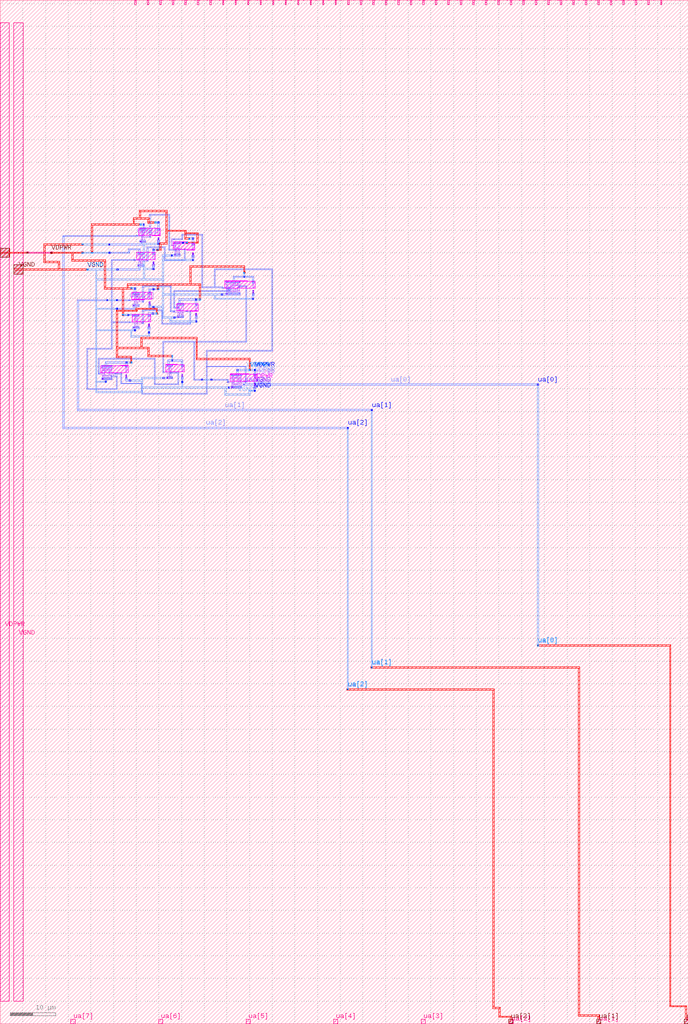
<source format=lef>
VERSION 5.7 ;
  NOWIREEXTENSIONATPIN ON ;
  DIVIDERCHAR "/" ;
  BUSBITCHARS "[]" ;
MACRO tt_um_test_12
  CLASS BLOCK ;
  FOREIGN tt_um_test_12 ;
  ORIGIN 0.000 0.000 ;
  SIZE 151.740 BY 225.760 ;
  PIN clk
    DIRECTION INPUT ;
    PORT
      LAYER met4 ;
        RECT 142.860 224.760 143.160 225.760 ;
    END
  END clk
  PIN ena
    DIRECTION INPUT ;
    PORT
      LAYER met4 ;
        RECT 145.620 224.760 145.920 225.760 ;
    END
  END ena
  PIN rst_n
    DIRECTION INPUT ;
    PORT
      LAYER met4 ;
        RECT 140.100 224.760 140.400 225.760 ;
    END
  END rst_n
  PIN ua[0]
    DIRECTION INOUT ;
    ANTENNADIFFAREA 0.445500 ;
    PORT
      LAYER li1 ;
        RECT 52.550 142.525 53.145 142.865 ;
        RECT 52.550 141.205 52.725 142.525 ;
        RECT 52.550 141.100 53.145 141.205 ;
        RECT 52.550 140.800 53.930 141.100 ;
        RECT 52.550 140.655 53.145 140.800 ;
      LAYER mcon ;
        RECT 53.660 140.830 53.900 141.070 ;
      LAYER met1 ;
        RECT 53.600 140.800 118.760 141.100 ;
      LAYER via ;
        RECT 118.430 140.800 118.730 141.100 ;
      LAYER met2 ;
        RECT 118.430 83.300 118.730 141.130 ;
        RECT 118.440 83.265 118.720 83.300 ;
      LAYER via2 ;
        RECT 118.440 83.310 118.720 83.590 ;
      LAYER met3 ;
        RECT 118.415 83.600 118.745 83.615 ;
        RECT 118.415 83.300 147.930 83.600 ;
        RECT 118.415 83.285 118.745 83.300 ;
        RECT 147.630 4.000 147.930 83.300 ;
        RECT 147.630 3.700 151.430 4.000 ;
        RECT 151.130 0.980 151.430 3.700 ;
        RECT 150.830 0.020 151.730 0.980 ;
      LAYER via3 ;
        RECT 150.830 0.050 151.730 0.950 ;
      LAYER met4 ;
        RECT 150.840 0.955 151.740 1.000 ;
        RECT 150.825 0.045 151.740 0.955 ;
        RECT 150.840 0.000 151.740 0.045 ;
    END
  END ua[0]
  PIN ua[1]
    DIRECTION INOUT ;
    ANTENNAGATEAREA 0.247500 ;
    PORT
      LAYER li1 ;
        RECT 29.550 159.700 29.880 159.715 ;
        RECT 28.380 159.500 29.880 159.700 ;
        RECT 29.550 159.475 29.880 159.500 ;
      LAYER mcon ;
        RECT 28.395 159.515 28.565 159.685 ;
      LAYER met1 ;
        RECT 23.500 159.700 23.760 159.760 ;
        RECT 16.980 159.500 23.760 159.700 ;
        RECT 16.980 135.500 17.280 159.500 ;
        RECT 23.500 159.440 23.760 159.500 ;
        RECT 25.600 159.700 25.860 159.760 ;
        RECT 28.335 159.700 28.625 159.715 ;
        RECT 25.600 159.500 28.625 159.700 ;
        RECT 25.600 159.440 25.860 159.500 ;
        RECT 28.335 159.485 28.625 159.500 ;
        RECT 16.980 135.200 82.110 135.500 ;
      LAYER via ;
        RECT 23.500 159.470 23.760 159.730 ;
        RECT 25.600 159.470 25.860 159.730 ;
        RECT 81.780 135.200 82.080 135.500 ;
      LAYER met2 ;
        RECT 23.470 159.700 23.790 159.730 ;
        RECT 25.570 159.700 25.890 159.730 ;
        RECT 23.470 159.500 25.890 159.700 ;
        RECT 23.470 159.470 23.790 159.500 ;
        RECT 25.570 159.470 25.890 159.500 ;
        RECT 81.780 78.450 82.080 135.530 ;
        RECT 81.790 78.415 82.070 78.450 ;
      LAYER via2 ;
        RECT 81.790 78.460 82.070 78.740 ;
      LAYER met3 ;
        RECT 81.765 78.750 82.095 78.765 ;
        RECT 81.765 78.450 127.780 78.750 ;
        RECT 81.765 78.435 82.095 78.450 ;
        RECT 127.480 1.950 127.780 78.450 ;
        RECT 127.480 1.650 132.130 1.950 ;
        RECT 131.830 0.980 132.130 1.650 ;
        RECT 131.530 0.020 132.430 0.980 ;
      LAYER via3 ;
        RECT 131.530 0.050 132.430 0.950 ;
      LAYER met4 ;
        RECT 131.520 0.955 132.420 1.000 ;
        RECT 131.520 0.045 132.435 0.955 ;
        RECT 131.520 0.000 132.420 0.045 ;
    END
  END ua[1]
  PIN ua[2]
    DIRECTION INOUT ;
    ANTENNAGATEAREA 0.247500 ;
    PORT
      LAYER li1 ;
        RECT 31.050 173.850 31.380 173.865 ;
        RECT 30.030 173.650 31.380 173.850 ;
        RECT 31.050 173.625 31.380 173.650 ;
      LAYER mcon ;
        RECT 30.045 173.665 30.215 173.835 ;
      LAYER met1 ;
        RECT 29.985 173.850 30.275 173.865 ;
        RECT 13.780 173.650 30.275 173.850 ;
        RECT 13.780 131.550 14.080 173.650 ;
        RECT 29.985 173.635 30.275 173.650 ;
        RECT 13.780 131.250 76.810 131.550 ;
      LAYER via ;
        RECT 76.480 131.250 76.780 131.550 ;
      LAYER met2 ;
        RECT 76.480 73.600 76.780 131.580 ;
        RECT 76.490 73.565 76.770 73.600 ;
      LAYER via2 ;
        RECT 76.490 73.610 76.770 73.890 ;
      LAYER met3 ;
        RECT 76.465 73.900 76.795 73.915 ;
        RECT 76.465 73.600 108.930 73.900 ;
        RECT 76.465 73.585 76.795 73.600 ;
        RECT 108.630 3.600 108.930 73.600 ;
        RECT 108.630 3.300 110.280 3.600 ;
        RECT 109.980 1.700 110.280 3.300 ;
        RECT 109.980 1.400 112.780 1.700 ;
        RECT 112.480 1.030 112.780 1.400 ;
        RECT 112.180 0.070 113.080 1.030 ;
      LAYER via3 ;
        RECT 112.180 0.100 113.080 1.000 ;
      LAYER met4 ;
        RECT 112.175 1.000 113.085 1.005 ;
        RECT 112.175 0.095 113.100 1.000 ;
        RECT 112.200 0.000 113.100 0.095 ;
    END
  END ua[2]
  PIN ua[3]
    DIRECTION INOUT ;
    PORT
      LAYER met4 ;
        RECT 92.880 0.000 93.780 1.000 ;
    END
  END ua[3]
  PIN ua[4]
    DIRECTION INOUT ;
    PORT
      LAYER met4 ;
        RECT 73.560 0.000 74.460 1.000 ;
    END
  END ua[4]
  PIN ua[5]
    DIRECTION INOUT ;
    PORT
      LAYER met4 ;
        RECT 54.240 0.000 55.140 1.000 ;
    END
  END ua[5]
  PIN ua[6]
    DIRECTION INOUT ;
    PORT
      LAYER met4 ;
        RECT 34.920 0.000 35.820 1.000 ;
    END
  END ua[6]
  PIN ua[7]
    DIRECTION INOUT ;
    PORT
      LAYER met4 ;
        RECT 15.600 0.000 16.500 1.000 ;
    END
  END ua[7]
  PIN ui_in[0]
    DIRECTION INPUT ;
    PORT
      LAYER met4 ;
        RECT 137.340 224.760 137.640 225.760 ;
    END
  END ui_in[0]
  PIN ui_in[1]
    DIRECTION INPUT ;
    PORT
      LAYER met4 ;
        RECT 134.580 224.760 134.880 225.760 ;
    END
  END ui_in[1]
  PIN ui_in[2]
    DIRECTION INPUT ;
    PORT
      LAYER met4 ;
        RECT 131.820 224.760 132.120 225.760 ;
    END
  END ui_in[2]
  PIN ui_in[3]
    DIRECTION INPUT ;
    PORT
      LAYER met4 ;
        RECT 129.060 224.760 129.360 225.760 ;
    END
  END ui_in[3]
  PIN ui_in[4]
    DIRECTION INPUT ;
    PORT
      LAYER met4 ;
        RECT 126.300 224.760 126.600 225.760 ;
    END
  END ui_in[4]
  PIN ui_in[5]
    DIRECTION INPUT ;
    PORT
      LAYER met4 ;
        RECT 123.540 224.760 123.840 225.760 ;
    END
  END ui_in[5]
  PIN ui_in[6]
    DIRECTION INPUT ;
    PORT
      LAYER met4 ;
        RECT 120.780 224.760 121.080 225.760 ;
    END
  END ui_in[6]
  PIN ui_in[7]
    DIRECTION INPUT ;
    PORT
      LAYER met4 ;
        RECT 118.020 224.760 118.320 225.760 ;
    END
  END ui_in[7]
  PIN uio_in[0]
    DIRECTION INPUT ;
    PORT
      LAYER met4 ;
        RECT 115.260 224.760 115.560 225.760 ;
    END
  END uio_in[0]
  PIN uio_in[1]
    DIRECTION INPUT ;
    PORT
      LAYER met4 ;
        RECT 112.500 224.760 112.800 225.760 ;
    END
  END uio_in[1]
  PIN uio_in[2]
    DIRECTION INPUT ;
    PORT
      LAYER met4 ;
        RECT 109.740 224.760 110.040 225.760 ;
    END
  END uio_in[2]
  PIN uio_in[3]
    DIRECTION INPUT ;
    PORT
      LAYER met4 ;
        RECT 106.980 224.760 107.280 225.760 ;
    END
  END uio_in[3]
  PIN uio_in[4]
    DIRECTION INPUT ;
    PORT
      LAYER met4 ;
        RECT 104.220 224.760 104.520 225.760 ;
    END
  END uio_in[4]
  PIN uio_in[5]
    DIRECTION INPUT ;
    PORT
      LAYER met4 ;
        RECT 101.460 224.760 101.760 225.760 ;
    END
  END uio_in[5]
  PIN uio_in[6]
    DIRECTION INPUT ;
    PORT
      LAYER met4 ;
        RECT 98.700 224.760 99.000 225.760 ;
    END
  END uio_in[6]
  PIN uio_in[7]
    DIRECTION INPUT ;
    PORT
      LAYER met4 ;
        RECT 95.940 224.760 96.240 225.760 ;
    END
  END uio_in[7]
  PIN uio_oe[0]
    DIRECTION OUTPUT TRISTATE ;
    PORT
      LAYER met4 ;
        RECT 49.020 224.760 49.320 225.760 ;
    END
  END uio_oe[0]
  PIN uio_oe[1]
    DIRECTION OUTPUT TRISTATE ;
    PORT
      LAYER met4 ;
        RECT 46.260 224.760 46.560 225.760 ;
    END
  END uio_oe[1]
  PIN uio_oe[2]
    DIRECTION OUTPUT TRISTATE ;
    PORT
      LAYER met4 ;
        RECT 43.500 224.760 43.800 225.760 ;
    END
  END uio_oe[2]
  PIN uio_oe[3]
    DIRECTION OUTPUT TRISTATE ;
    PORT
      LAYER met4 ;
        RECT 40.740 224.760 41.040 225.760 ;
    END
  END uio_oe[3]
  PIN uio_oe[4]
    DIRECTION OUTPUT TRISTATE ;
    PORT
      LAYER met4 ;
        RECT 37.980 224.760 38.280 225.760 ;
    END
  END uio_oe[4]
  PIN uio_oe[5]
    DIRECTION OUTPUT TRISTATE ;
    PORT
      LAYER met4 ;
        RECT 35.220 224.760 35.520 225.760 ;
    END
  END uio_oe[5]
  PIN uio_oe[6]
    DIRECTION OUTPUT TRISTATE ;
    PORT
      LAYER met4 ;
        RECT 32.460 224.760 32.760 225.760 ;
    END
  END uio_oe[6]
  PIN uio_oe[7]
    DIRECTION OUTPUT TRISTATE ;
    PORT
      LAYER met4 ;
        RECT 29.700 224.760 30.000 225.760 ;
    END
  END uio_oe[7]
  PIN uio_out[0]
    DIRECTION OUTPUT TRISTATE ;
    PORT
      LAYER met4 ;
        RECT 71.100 224.760 71.400 225.760 ;
    END
  END uio_out[0]
  PIN uio_out[1]
    DIRECTION OUTPUT TRISTATE ;
    PORT
      LAYER met4 ;
        RECT 68.340 224.760 68.640 225.760 ;
    END
  END uio_out[1]
  PIN uio_out[2]
    DIRECTION OUTPUT TRISTATE ;
    PORT
      LAYER met4 ;
        RECT 65.580 224.760 65.880 225.760 ;
    END
  END uio_out[2]
  PIN uio_out[3]
    DIRECTION OUTPUT TRISTATE ;
    PORT
      LAYER met4 ;
        RECT 62.820 224.760 63.120 225.760 ;
    END
  END uio_out[3]
  PIN uio_out[4]
    DIRECTION OUTPUT TRISTATE ;
    PORT
      LAYER met4 ;
        RECT 60.060 224.760 60.360 225.760 ;
    END
  END uio_out[4]
  PIN uio_out[5]
    DIRECTION OUTPUT TRISTATE ;
    PORT
      LAYER met4 ;
        RECT 57.300 224.760 57.600 225.760 ;
    END
  END uio_out[5]
  PIN uio_out[6]
    DIRECTION OUTPUT TRISTATE ;
    PORT
      LAYER met4 ;
        RECT 54.540 224.760 54.840 225.760 ;
    END
  END uio_out[6]
  PIN uio_out[7]
    DIRECTION OUTPUT TRISTATE ;
    PORT
      LAYER met4 ;
        RECT 51.780 224.760 52.080 225.760 ;
    END
  END uio_out[7]
  PIN uo_out[0]
    DIRECTION OUTPUT TRISTATE ;
    PORT
      LAYER met4 ;
        RECT 93.180 224.760 93.480 225.760 ;
    END
  END uo_out[0]
  PIN uo_out[1]
    DIRECTION OUTPUT TRISTATE ;
    PORT
      LAYER met4 ;
        RECT 90.420 224.760 90.720 225.760 ;
    END
  END uo_out[1]
  PIN uo_out[2]
    DIRECTION OUTPUT TRISTATE ;
    PORT
      LAYER met4 ;
        RECT 87.660 224.760 87.960 225.760 ;
    END
  END uo_out[2]
  PIN uo_out[3]
    DIRECTION OUTPUT TRISTATE ;
    PORT
      LAYER met4 ;
        RECT 84.900 224.760 85.200 225.760 ;
    END
  END uo_out[3]
  PIN uo_out[4]
    DIRECTION OUTPUT TRISTATE ;
    PORT
      LAYER met4 ;
        RECT 82.140 224.760 82.440 225.760 ;
    END
  END uo_out[4]
  PIN uo_out[5]
    DIRECTION OUTPUT TRISTATE ;
    PORT
      LAYER met4 ;
        RECT 79.380 224.760 79.680 225.760 ;
    END
  END uo_out[5]
  PIN uo_out[6]
    DIRECTION OUTPUT TRISTATE ;
    PORT
      LAYER met4 ;
        RECT 76.620 224.760 76.920 225.760 ;
    END
  END uo_out[6]
  PIN uo_out[7]
    DIRECTION OUTPUT TRISTATE ;
    PORT
      LAYER met4 ;
        RECT 73.860 224.760 74.160 225.760 ;
    END
  END uo_out[7]
  PIN VDPWR
    DIRECTION INOUT ;
    USE POWER ;
    PORT
      LAYER nwell ;
        RECT 30.540 175.450 33.580 175.460 ;
        RECT 30.540 173.855 35.320 175.450 ;
        RECT 33.560 173.845 35.320 173.855 ;
        RECT 38.140 172.160 41.180 172.460 ;
        RECT 38.140 170.855 42.930 172.160 ;
        RECT 41.160 170.555 42.930 170.855 ;
        RECT 30.090 170.150 32.680 170.160 ;
        RECT 30.090 168.555 34.220 170.150 ;
        RECT 32.660 168.545 34.220 168.555 ;
        RECT 49.530 163.800 54.430 163.850 ;
        RECT 49.530 162.245 56.220 163.800 ;
        RECT 54.360 162.195 56.220 162.245 ;
        RECT 31.660 161.310 33.370 161.350 ;
        RECT 29.040 159.745 33.370 161.310 ;
        RECT 29.040 159.705 31.780 159.745 ;
        RECT 38.890 158.800 41.930 158.810 ;
        RECT 38.890 157.205 43.620 158.800 ;
        RECT 41.910 157.195 43.620 157.205 ;
        RECT 29.080 154.845 33.220 156.450 ;
        RECT 36.480 145.350 39.080 145.400 ;
        RECT 26.560 145.160 28.220 145.200 ;
        RECT 22.190 143.595 28.220 145.160 ;
        RECT 36.480 143.795 40.570 145.350 ;
        RECT 38.910 143.745 40.570 143.795 ;
        RECT 22.190 143.555 26.580 143.595 ;
        RECT 50.740 143.300 54.830 143.310 ;
        RECT 50.740 141.705 56.570 143.300 ;
        RECT 54.810 141.695 56.570 141.705 ;
      LAYER li1 ;
        RECT 30.730 175.185 32.110 175.355 ;
        RECT 31.070 174.045 31.280 175.185 ;
        RECT 34.670 175.175 35.130 175.345 ;
        RECT 34.755 174.010 35.045 175.175 ;
        RECT 38.330 172.185 39.710 172.355 ;
        RECT 39.285 171.045 39.615 172.185 ;
        RECT 42.280 171.885 42.740 172.055 ;
        RECT 42.365 170.720 42.655 171.885 ;
        RECT 30.280 169.885 31.660 170.055 ;
        RECT 30.620 168.745 30.830 169.885 ;
        RECT 33.570 169.875 34.030 170.045 ;
        RECT 33.655 168.710 33.945 169.875 ;
        RECT 49.720 163.575 52.940 163.745 ;
        RECT 50.775 162.725 50.945 163.575 ;
        RECT 51.615 163.065 51.785 163.575 ;
        RECT 55.570 163.525 56.030 163.695 ;
        RECT 55.655 162.360 55.945 163.525 ;
        RECT 29.230 161.035 30.610 161.205 ;
        RECT 32.720 161.075 33.180 161.245 ;
        RECT 29.570 159.895 29.780 161.035 ;
        RECT 32.805 159.910 33.095 161.075 ;
        RECT 39.080 158.535 40.460 158.705 ;
        RECT 40.035 157.395 40.365 158.535 ;
        RECT 42.970 158.525 43.430 158.695 ;
        RECT 43.055 157.360 43.345 158.525 ;
        RECT 29.270 156.175 30.650 156.345 ;
        RECT 32.570 156.175 33.030 156.345 ;
        RECT 29.610 155.035 29.820 156.175 ;
        RECT 32.655 155.010 32.945 156.175 ;
        RECT 36.670 145.125 38.050 145.295 ;
        RECT 22.380 144.885 24.680 145.055 ;
        RECT 27.570 144.925 28.030 145.095 ;
        RECT 22.895 144.485 23.830 144.885 ;
        RECT 27.655 143.760 27.945 144.925 ;
        RECT 37.010 143.985 37.220 145.125 ;
        RECT 39.920 145.075 40.380 145.245 ;
        RECT 40.005 143.910 40.295 145.075 ;
        RECT 50.930 143.035 53.230 143.205 ;
        RECT 51.445 142.635 52.380 143.035 ;
        RECT 55.920 143.025 56.380 143.195 ;
        RECT 56.005 141.860 56.295 143.025 ;
      LAYER mcon ;
        RECT 30.875 175.185 31.045 175.355 ;
        RECT 31.335 175.185 31.505 175.355 ;
        RECT 31.795 175.185 31.965 175.355 ;
        RECT 34.815 175.175 34.985 175.345 ;
        RECT 38.475 172.185 38.645 172.355 ;
        RECT 38.935 172.185 39.105 172.355 ;
        RECT 39.395 172.185 39.565 172.355 ;
        RECT 42.425 171.885 42.595 172.055 ;
        RECT 30.425 169.885 30.595 170.055 ;
        RECT 30.885 169.885 31.055 170.055 ;
        RECT 31.345 169.885 31.515 170.055 ;
        RECT 33.715 169.875 33.885 170.045 ;
        RECT 49.865 163.575 50.035 163.745 ;
        RECT 50.325 163.575 50.495 163.745 ;
        RECT 50.785 163.575 50.955 163.745 ;
        RECT 51.245 163.575 51.415 163.745 ;
        RECT 51.705 163.575 51.875 163.745 ;
        RECT 52.165 163.575 52.335 163.745 ;
        RECT 52.625 163.575 52.795 163.745 ;
        RECT 55.715 163.525 55.885 163.695 ;
        RECT 29.375 161.035 29.545 161.205 ;
        RECT 29.835 161.035 30.005 161.205 ;
        RECT 30.295 161.035 30.465 161.205 ;
        RECT 32.865 161.075 33.035 161.245 ;
        RECT 39.225 158.535 39.395 158.705 ;
        RECT 39.685 158.535 39.855 158.705 ;
        RECT 40.145 158.535 40.315 158.705 ;
        RECT 43.115 158.525 43.285 158.695 ;
        RECT 29.415 156.175 29.585 156.345 ;
        RECT 29.875 156.175 30.045 156.345 ;
        RECT 30.335 156.175 30.505 156.345 ;
        RECT 32.715 156.175 32.885 156.345 ;
        RECT 36.815 145.125 36.985 145.295 ;
        RECT 37.275 145.125 37.445 145.295 ;
        RECT 37.735 145.125 37.905 145.295 ;
        RECT 22.525 144.885 22.695 145.055 ;
        RECT 22.985 144.885 23.155 145.055 ;
        RECT 23.445 144.885 23.615 145.055 ;
        RECT 23.905 144.885 24.075 145.055 ;
        RECT 24.365 144.885 24.535 145.055 ;
        RECT 27.715 144.925 27.885 145.095 ;
        RECT 40.065 145.075 40.235 145.245 ;
        RECT 51.075 143.035 51.245 143.205 ;
        RECT 51.535 143.035 51.705 143.205 ;
        RECT 51.995 143.035 52.165 143.205 ;
        RECT 52.455 143.035 52.625 143.205 ;
        RECT 52.915 143.035 53.085 143.205 ;
        RECT 56.065 143.025 56.235 143.195 ;
      LAYER met1 ;
        RECT 31.490 176.395 31.780 176.430 ;
        RECT 31.490 176.070 31.795 176.395 ;
        RECT 31.505 175.510 31.795 176.070 ;
        RECT 30.730 175.030 32.110 175.510 ;
        RECT 34.730 175.500 35.030 176.880 ;
        RECT 34.670 175.020 35.130 175.500 ;
        RECT 42.380 173.300 42.680 173.330 ;
        RECT 42.375 172.970 42.680 173.300 ;
        RECT 38.330 172.400 39.710 172.510 ;
        RECT 40.130 172.400 40.430 172.430 ;
        RECT 38.330 172.100 40.430 172.400 ;
        RECT 42.375 172.210 42.675 172.970 ;
        RECT 38.330 172.030 39.710 172.100 ;
        RECT 40.130 172.070 40.430 172.100 ;
        RECT 42.280 171.730 42.740 172.210 ;
        RECT 28.235 170.655 30.885 170.945 ;
        RECT 23.940 170.195 24.230 170.230 ;
        RECT 28.235 170.195 28.525 170.655 ;
        RECT 30.595 170.210 30.885 170.655 ;
        RECT 23.935 169.905 28.525 170.195 ;
        RECT 23.940 169.870 24.230 169.905 ;
        RECT 30.280 169.730 31.660 170.210 ;
        RECT 33.630 170.200 33.925 170.880 ;
        RECT 33.570 169.720 34.030 170.200 ;
        RECT 54.780 164.895 55.930 164.900 ;
        RECT 51.415 164.605 55.930 164.895 ;
        RECT 51.415 163.900 51.705 164.605 ;
        RECT 53.650 164.600 54.010 164.605 ;
        RECT 54.780 164.595 55.930 164.605 ;
        RECT 49.720 163.420 52.940 163.900 ;
        RECT 55.625 163.850 55.930 164.595 ;
        RECT 55.570 163.370 56.030 163.850 ;
        RECT 29.540 162.345 29.830 162.380 ;
        RECT 29.540 162.020 29.835 162.345 ;
        RECT 33.630 162.145 33.925 162.180 ;
        RECT 29.545 161.360 29.835 162.020 ;
        RECT 32.780 161.850 33.925 162.145 ;
        RECT 32.780 161.400 33.075 161.850 ;
        RECT 33.630 161.820 33.925 161.850 ;
        RECT 29.230 160.880 30.610 161.360 ;
        RECT 32.720 160.920 33.180 161.400 ;
        RECT 43.030 159.900 43.330 159.930 ;
        RECT 39.530 159.895 43.330 159.900 ;
        RECT 39.395 159.600 43.330 159.895 ;
        RECT 39.395 158.860 39.685 159.600 ;
        RECT 39.080 158.380 40.460 158.860 ;
        RECT 43.030 158.850 43.330 159.600 ;
        RECT 42.970 158.370 43.430 158.850 ;
        RECT 33.530 156.800 33.830 156.830 ;
        RECT 28.090 156.500 28.380 156.530 ;
        RECT 32.680 156.500 33.830 156.800 ;
        RECT 28.085 156.210 30.650 156.500 ;
        RECT 28.090 156.170 28.380 156.210 ;
        RECT 29.270 156.020 30.650 156.210 ;
        RECT 32.570 156.020 33.030 156.500 ;
        RECT 33.530 156.470 33.830 156.500 ;
        RECT 37.750 146.400 38.115 146.405 ;
        RECT 37.030 146.395 40.280 146.400 ;
        RECT 36.985 146.095 40.280 146.395 ;
        RECT 27.680 146.000 27.985 146.035 ;
        RECT 27.675 145.995 27.985 146.000 ;
        RECT 23.155 145.705 27.985 145.995 ;
        RECT 23.155 145.210 23.445 145.705 ;
        RECT 27.675 145.670 27.985 145.705 ;
        RECT 27.675 145.250 27.980 145.670 ;
        RECT 36.985 145.450 37.275 146.095 ;
        RECT 22.380 144.730 24.680 145.210 ;
        RECT 27.570 144.770 28.030 145.250 ;
        RECT 36.670 144.970 38.050 145.450 ;
        RECT 39.975 145.400 40.280 146.095 ;
        RECT 39.920 144.920 40.380 145.400 ;
        RECT 52.180 144.345 52.470 144.380 ;
        RECT 52.165 144.020 52.470 144.345 ;
        RECT 52.165 143.360 52.455 144.020 ;
        RECT 50.930 142.880 53.230 143.360 ;
        RECT 55.980 143.350 56.280 144.380 ;
        RECT 55.920 142.870 56.380 143.350 ;
      LAYER via ;
        RECT 34.730 176.550 35.030 176.850 ;
        RECT 31.490 176.100 31.780 176.400 ;
        RECT 42.380 173.000 42.680 173.300 ;
        RECT 40.130 172.100 40.430 172.400 ;
        RECT 23.940 169.900 24.230 170.200 ;
        RECT 33.630 170.550 33.925 170.850 ;
        RECT 53.680 164.600 53.980 164.890 ;
        RECT 29.540 162.050 29.830 162.350 ;
        RECT 33.630 161.850 33.925 162.150 ;
        RECT 43.030 159.600 43.330 159.900 ;
        RECT 33.530 156.500 33.830 156.800 ;
        RECT 28.090 156.200 28.380 156.500 ;
        RECT 37.780 146.100 38.085 146.405 ;
        RECT 27.680 145.700 27.985 146.005 ;
        RECT 52.180 144.050 52.470 144.350 ;
        RECT 55.980 144.050 56.280 144.350 ;
      LAYER met2 ;
        RECT 34.090 176.850 34.370 176.885 ;
        RECT 34.080 176.550 35.060 176.850 ;
        RECT 34.090 176.515 34.370 176.550 ;
        RECT 30.790 176.400 31.070 176.435 ;
        RECT 30.780 176.100 31.810 176.400 ;
        RECT 30.790 176.065 31.070 176.100 ;
        RECT 41.540 173.300 41.820 173.335 ;
        RECT 41.530 173.000 42.710 173.300 ;
        RECT 41.540 172.965 41.820 173.000 ;
        RECT 41.040 172.400 41.320 172.435 ;
        RECT 40.100 172.100 41.320 172.400 ;
        RECT 41.040 172.065 41.320 172.100 ;
        RECT 34.590 170.850 34.870 170.885 ;
        RECT 33.600 170.550 34.880 170.850 ;
        RECT 34.590 170.515 34.870 170.550 ;
        RECT 17.990 170.200 18.270 170.235 ;
        RECT 17.980 169.900 24.260 170.200 ;
        RECT 17.990 169.865 18.270 169.900 ;
        RECT 53.680 165.790 53.980 165.800 ;
        RECT 53.645 165.510 54.015 165.790 ;
        RECT 53.680 164.570 53.980 165.510 ;
        RECT 28.790 162.350 29.070 162.385 ;
        RECT 28.780 162.050 29.860 162.350 ;
        RECT 33.600 162.140 34.980 162.150 ;
        RECT 28.790 162.015 29.070 162.050 ;
        RECT 33.600 161.860 35.015 162.140 ;
        RECT 33.600 161.850 34.980 161.860 ;
        RECT 43.000 159.890 44.230 159.900 ;
        RECT 43.000 159.610 44.265 159.890 ;
        RECT 43.000 159.600 44.230 159.610 ;
        RECT 33.500 156.790 34.680 156.800 ;
        RECT 33.500 156.510 34.715 156.790 ;
        RECT 33.500 156.500 34.680 156.510 ;
        RECT 26.930 156.490 28.410 156.500 ;
        RECT 26.895 156.210 28.410 156.490 ;
        RECT 26.930 156.200 28.410 156.210 ;
        RECT 37.790 147.400 38.070 147.435 ;
        RECT 37.780 146.435 38.080 147.400 ;
        RECT 37.780 146.070 38.085 146.435 ;
        RECT 27.650 146.000 28.015 146.005 ;
        RECT 27.650 145.990 29.030 146.000 ;
        RECT 27.650 145.710 29.065 145.990 ;
        RECT 27.650 145.700 29.030 145.710 ;
        RECT 52.150 144.050 56.310 144.350 ;
      LAYER via2 ;
        RECT 34.090 176.560 34.370 176.840 ;
        RECT 30.790 176.110 31.070 176.390 ;
        RECT 41.540 173.010 41.820 173.290 ;
        RECT 41.040 172.110 41.320 172.390 ;
        RECT 34.590 170.560 34.870 170.840 ;
        RECT 17.990 169.910 18.270 170.190 ;
        RECT 20.090 169.910 20.370 170.190 ;
        RECT 53.690 165.510 53.970 165.790 ;
        RECT 28.790 162.060 29.070 162.340 ;
        RECT 34.690 161.860 34.970 162.140 ;
        RECT 43.940 159.610 44.220 159.890 ;
        RECT 34.390 156.510 34.670 156.790 ;
        RECT 26.940 156.210 27.220 156.490 ;
        RECT 37.790 147.110 38.070 147.390 ;
        RECT 28.740 145.710 29.020 145.990 ;
        RECT 54.890 144.060 55.170 144.340 ;
      LAYER met3 ;
        RECT 30.680 179.100 36.780 179.400 ;
        RECT 30.680 177.750 30.980 179.100 ;
        RECT 29.280 177.450 32.880 177.750 ;
        RECT 29.280 176.400 29.580 177.450 ;
        RECT 32.580 176.850 32.880 177.450 ;
        RECT 34.065 176.850 34.395 176.865 ;
        RECT 32.580 176.550 34.395 176.850 ;
        RECT 34.065 176.535 34.395 176.550 ;
        RECT 30.765 176.400 31.095 176.415 ;
        RECT 20.080 176.100 31.095 176.400 ;
        RECT 0.000 170.200 2.060 171.050 ;
        RECT 5.840 170.200 6.220 170.210 ;
        RECT 0.000 169.900 6.220 170.200 ;
        RECT 0.000 169.050 2.060 169.900 ;
        RECT 5.840 169.890 6.220 169.900 ;
        RECT 11.120 170.200 11.440 170.240 ;
        RECT 20.080 170.215 20.380 176.100 ;
        RECT 30.765 176.085 31.095 176.100 ;
        RECT 36.480 175.050 36.780 179.100 ;
        RECT 36.480 174.750 40.980 175.050 ;
        RECT 36.480 172.200 36.780 174.750 ;
        RECT 40.680 174.500 40.980 174.750 ;
        RECT 40.680 174.200 43.630 174.500 ;
        RECT 40.680 173.300 40.980 174.200 ;
        RECT 41.515 173.300 41.845 173.315 ;
        RECT 40.680 173.000 41.845 173.300 ;
        RECT 41.515 172.985 41.845 173.000 ;
        RECT 35.230 171.900 36.780 172.200 ;
        RECT 41.015 172.400 41.345 172.415 ;
        RECT 43.330 172.400 43.630 174.200 ;
        RECT 41.015 172.100 43.630 172.400 ;
        RECT 41.015 172.085 41.345 172.100 ;
        RECT 34.565 170.850 34.895 170.865 ;
        RECT 35.230 170.850 35.530 171.900 ;
        RECT 34.565 170.550 35.530 170.850 ;
        RECT 34.565 170.535 34.895 170.550 ;
        RECT 17.965 170.200 18.295 170.215 ;
        RECT 11.120 169.900 18.295 170.200 ;
        RECT 11.120 169.860 11.440 169.900 ;
        RECT 15.780 168.500 16.080 169.900 ;
        RECT 17.965 169.885 18.295 169.900 ;
        RECT 20.065 169.885 20.395 170.215 ;
        RECT 15.780 168.200 23.230 168.500 ;
        RECT 22.930 162.350 23.230 168.200 ;
        RECT 41.780 166.850 53.980 167.150 ;
        RECT 41.780 163.200 42.080 166.850 ;
        RECT 53.680 165.815 53.980 166.850 ;
        RECT 53.665 165.485 53.995 165.815 ;
        RECT 27.980 162.900 44.230 163.200 ;
        RECT 27.980 162.350 28.280 162.900 ;
        RECT 28.765 162.350 29.095 162.365 ;
        RECT 22.930 162.050 29.095 162.350 ;
        RECT 34.680 162.165 34.980 162.900 ;
        RECT 26.930 157.400 27.230 162.050 ;
        RECT 28.765 162.035 29.095 162.050 ;
        RECT 34.665 161.835 34.995 162.165 ;
        RECT 43.930 159.915 44.230 162.900 ;
        RECT 43.915 159.585 44.245 159.915 ;
        RECT 29.930 157.550 34.680 157.850 ;
        RECT 29.930 157.400 30.230 157.550 ;
        RECT 25.580 157.100 30.230 157.400 ;
        RECT 25.580 149.150 25.880 157.100 ;
        RECT 26.930 156.515 27.230 157.100 ;
        RECT 34.380 156.815 34.680 157.550 ;
        RECT 26.915 156.185 27.245 156.515 ;
        RECT 34.365 156.485 34.695 156.815 ;
        RECT 30.980 151.100 43.480 151.400 ;
        RECT 30.980 149.150 31.280 151.100 ;
        RECT 25.580 148.850 32.830 149.150 ;
        RECT 25.580 147.200 25.880 148.850 ;
        RECT 32.530 147.400 32.830 148.850 ;
        RECT 37.765 147.400 38.095 147.415 ;
        RECT 25.580 146.900 29.030 147.200 ;
        RECT 32.530 147.100 38.095 147.400 ;
        RECT 37.765 147.085 38.095 147.100 ;
        RECT 28.730 146.015 29.030 146.900 ;
        RECT 43.180 146.750 43.480 151.100 ;
        RECT 43.180 146.450 55.180 146.750 ;
        RECT 28.715 145.685 29.045 146.015 ;
        RECT 54.880 144.365 55.180 146.450 ;
        RECT 54.865 144.035 55.195 144.365 ;
      LAYER via3 ;
        RECT 0.030 169.050 2.030 171.050 ;
        RECT 5.870 169.890 6.190 170.210 ;
        RECT 11.120 169.890 11.440 170.210 ;
      LAYER met4 ;
        RECT 0.030 171.055 2.030 220.760 ;
        RECT 0.025 169.045 2.035 171.055 ;
        RECT 5.865 170.200 6.195 170.215 ;
        RECT 11.115 170.200 11.445 170.215 ;
        RECT 5.865 169.900 11.445 170.200 ;
        RECT 5.865 169.885 6.195 169.900 ;
        RECT 11.115 169.885 11.445 169.900 ;
        RECT 0.030 5.000 2.030 169.045 ;
    END
  END VDPWR
  PIN VGND
    DIRECTION INOUT ;
    USE GROUND ;
    PORT
      LAYER pwell ;
        RECT 34.815 172.860 34.985 173.385 ;
        RECT 42.425 169.570 42.595 170.095 ;
        RECT 33.715 167.560 33.885 168.085 ;
        RECT 55.715 161.210 55.885 161.735 ;
        RECT 32.865 158.760 33.035 159.285 ;
        RECT 43.115 156.210 43.285 156.735 ;
        RECT 32.715 153.860 32.885 154.385 ;
        RECT 27.715 142.610 27.885 143.135 ;
        RECT 40.065 142.760 40.235 143.285 ;
        RECT 56.065 140.710 56.235 141.235 ;
      LAYER li1 ;
        RECT 31.050 172.635 31.280 173.455 ;
        RECT 30.730 172.465 32.110 172.635 ;
        RECT 34.755 172.625 35.045 173.350 ;
        RECT 34.670 172.455 35.130 172.625 ;
        RECT 38.435 169.635 38.675 170.445 ;
        RECT 39.345 169.635 39.615 170.445 ;
        RECT 38.330 169.465 39.710 169.635 ;
        RECT 42.365 169.335 42.655 170.060 ;
        RECT 42.280 169.165 42.740 169.335 ;
        RECT 30.600 167.335 30.830 168.155 ;
        RECT 30.280 167.165 31.660 167.335 ;
        RECT 33.655 167.325 33.945 168.050 ;
        RECT 33.570 167.155 34.030 167.325 ;
        RECT 49.855 161.025 50.185 161.415 ;
        RECT 50.695 161.025 51.025 161.415 ;
        RECT 52.565 161.025 52.855 161.860 ;
        RECT 49.720 160.855 52.940 161.025 ;
        RECT 55.655 160.975 55.945 161.700 ;
        RECT 55.570 160.805 56.030 160.975 ;
        RECT 29.550 158.485 29.780 159.305 ;
        RECT 32.805 158.525 33.095 159.250 ;
        RECT 29.230 158.315 30.610 158.485 ;
        RECT 32.720 158.355 33.180 158.525 ;
        RECT 39.185 155.985 39.425 156.795 ;
        RECT 40.095 155.985 40.365 156.795 ;
        RECT 39.080 155.815 40.460 155.985 ;
        RECT 43.055 155.975 43.345 156.700 ;
        RECT 42.970 155.805 43.430 155.975 ;
        RECT 29.590 153.625 29.820 154.445 ;
        RECT 32.655 153.625 32.945 154.350 ;
        RECT 29.270 153.455 30.650 153.625 ;
        RECT 32.570 153.455 33.030 153.625 ;
        RECT 22.895 142.335 23.830 142.735 ;
        RECT 27.655 142.375 27.945 143.100 ;
        RECT 36.990 142.575 37.220 143.395 ;
        RECT 36.670 142.405 38.050 142.575 ;
        RECT 40.005 142.525 40.295 143.250 ;
        RECT 22.380 142.165 24.680 142.335 ;
        RECT 27.570 142.205 28.030 142.375 ;
        RECT 39.920 142.355 40.380 142.525 ;
        RECT 51.445 140.485 52.380 140.885 ;
        RECT 50.930 140.315 53.230 140.485 ;
        RECT 56.005 140.475 56.295 141.200 ;
        RECT 55.920 140.305 56.380 140.475 ;
      LAYER mcon ;
        RECT 30.875 172.465 31.045 172.635 ;
        RECT 31.335 172.465 31.505 172.635 ;
        RECT 31.795 172.465 31.965 172.635 ;
        RECT 34.815 172.455 34.985 172.625 ;
        RECT 38.475 169.465 38.645 169.635 ;
        RECT 38.935 169.465 39.105 169.635 ;
        RECT 39.395 169.465 39.565 169.635 ;
        RECT 42.425 169.165 42.595 169.335 ;
        RECT 30.425 167.165 30.595 167.335 ;
        RECT 30.885 167.165 31.055 167.335 ;
        RECT 31.345 167.165 31.515 167.335 ;
        RECT 33.715 167.155 33.885 167.325 ;
        RECT 49.865 160.855 50.035 161.025 ;
        RECT 50.325 160.855 50.495 161.025 ;
        RECT 50.785 160.855 50.955 161.025 ;
        RECT 51.245 160.855 51.415 161.025 ;
        RECT 51.705 160.855 51.875 161.025 ;
        RECT 52.165 160.855 52.335 161.025 ;
        RECT 52.625 160.855 52.795 161.025 ;
        RECT 55.715 160.805 55.885 160.975 ;
        RECT 29.375 158.315 29.545 158.485 ;
        RECT 29.835 158.315 30.005 158.485 ;
        RECT 30.295 158.315 30.465 158.485 ;
        RECT 32.865 158.355 33.035 158.525 ;
        RECT 39.225 155.815 39.395 155.985 ;
        RECT 39.685 155.815 39.855 155.985 ;
        RECT 40.145 155.815 40.315 155.985 ;
        RECT 43.115 155.805 43.285 155.975 ;
        RECT 29.415 153.455 29.585 153.625 ;
        RECT 29.875 153.455 30.045 153.625 ;
        RECT 30.335 153.455 30.505 153.625 ;
        RECT 32.715 153.455 32.885 153.625 ;
        RECT 36.815 142.405 36.985 142.575 ;
        RECT 37.275 142.405 37.445 142.575 ;
        RECT 37.735 142.405 37.905 142.575 ;
        RECT 22.525 142.165 22.695 142.335 ;
        RECT 22.985 142.165 23.155 142.335 ;
        RECT 23.445 142.165 23.615 142.335 ;
        RECT 23.905 142.165 24.075 142.335 ;
        RECT 24.365 142.165 24.535 142.335 ;
        RECT 27.715 142.205 27.885 142.375 ;
        RECT 40.065 142.355 40.235 142.525 ;
        RECT 51.075 140.315 51.245 140.485 ;
        RECT 51.535 140.315 51.705 140.485 ;
        RECT 51.995 140.315 52.165 140.485 ;
        RECT 52.455 140.315 52.625 140.485 ;
        RECT 52.915 140.315 53.085 140.485 ;
        RECT 56.065 140.305 56.235 140.475 ;
      LAYER met1 ;
        RECT 30.730 172.310 32.110 172.790 ;
        RECT 23.890 172.045 24.180 172.080 ;
        RECT 31.045 172.045 31.335 172.310 ;
        RECT 34.670 172.300 35.130 172.780 ;
        RECT 23.885 171.755 31.335 172.045 ;
        RECT 34.780 171.770 35.080 172.300 ;
        RECT 23.890 171.720 24.180 171.755 ;
        RECT 37.690 169.600 37.980 169.630 ;
        RECT 38.330 169.600 39.710 169.790 ;
        RECT 37.685 169.310 39.710 169.600 ;
        RECT 37.690 169.270 37.980 169.310 ;
        RECT 42.280 169.010 42.740 169.490 ;
        RECT 42.330 168.270 42.630 169.010 ;
        RECT 30.280 167.010 31.660 167.490 ;
        RECT 25.690 166.495 25.980 166.530 ;
        RECT 30.595 166.495 30.885 167.010 ;
        RECT 33.570 167.000 34.030 167.480 ;
        RECT 25.685 166.205 30.885 166.495 ;
        RECT 33.625 166.680 33.925 167.000 ;
        RECT 33.625 166.350 33.930 166.680 ;
        RECT 33.630 166.320 33.930 166.350 ;
        RECT 25.690 166.170 25.980 166.205 ;
        RECT 48.790 160.990 49.080 161.030 ;
        RECT 49.720 160.990 52.940 161.180 ;
        RECT 48.785 160.700 52.940 160.990 ;
        RECT 48.790 160.670 49.080 160.700 ;
        RECT 55.570 160.650 56.030 161.130 ;
        RECT 55.630 159.720 55.930 160.650 ;
        RECT 29.230 158.160 30.610 158.640 ;
        RECT 32.720 158.250 33.180 158.680 ;
        RECT 33.630 158.250 33.930 158.280 ;
        RECT 32.720 158.200 33.930 158.250 ;
        RECT 25.590 157.845 25.880 157.880 ;
        RECT 29.545 157.845 29.835 158.160 ;
        RECT 32.775 157.950 33.930 158.200 ;
        RECT 33.630 157.920 33.930 157.950 ;
        RECT 25.585 157.555 29.835 157.845 ;
        RECT 25.590 157.520 25.880 157.555 ;
        RECT 38.290 155.950 38.580 155.980 ;
        RECT 39.080 155.950 40.460 156.140 ;
        RECT 38.285 155.660 40.460 155.950 ;
        RECT 38.290 155.620 38.580 155.660 ;
        RECT 42.970 155.650 43.430 156.130 ;
        RECT 43.075 155.085 43.380 155.650 ;
        RECT 43.075 154.750 43.385 155.085 ;
        RECT 43.080 154.720 43.385 154.750 ;
        RECT 29.270 153.300 30.650 153.780 ;
        RECT 32.570 153.300 33.030 153.780 ;
        RECT 29.585 153.130 29.875 153.300 ;
        RECT 29.585 152.805 29.880 153.130 ;
        RECT 29.590 152.770 29.880 152.805 ;
        RECT 32.630 152.600 32.930 153.300 ;
        RECT 32.600 152.300 32.960 152.600 ;
        RECT 35.890 142.540 36.180 142.580 ;
        RECT 36.670 142.540 38.050 142.730 ;
        RECT 22.380 142.010 24.680 142.490 ;
        RECT 27.570 142.050 28.030 142.530 ;
        RECT 35.885 142.250 38.050 142.540 ;
        RECT 35.890 142.220 36.180 142.250 ;
        RECT 39.920 142.200 40.380 142.680 ;
        RECT 28.480 142.050 28.780 142.080 ;
        RECT 23.155 141.780 23.445 142.010 ;
        RECT 23.140 141.455 23.445 141.780 ;
        RECT 27.630 141.750 28.780 142.050 ;
        RECT 39.980 141.950 40.280 142.200 ;
        RECT 28.480 141.720 28.780 141.750 ;
        RECT 39.985 141.700 40.280 141.950 ;
        RECT 23.140 141.420 23.430 141.455 ;
        RECT 39.950 141.405 40.310 141.700 ;
        RECT 50.240 140.450 50.530 140.480 ;
        RECT 50.930 140.450 53.230 140.640 ;
        RECT 50.235 140.160 53.230 140.450 ;
        RECT 50.240 140.120 50.530 140.160 ;
        RECT 55.920 140.150 56.380 140.630 ;
        RECT 55.980 139.420 56.280 140.150 ;
      LAYER via ;
        RECT 23.890 171.750 24.180 172.050 ;
        RECT 34.780 171.800 35.080 172.100 ;
        RECT 37.690 169.300 37.980 169.600 ;
        RECT 42.330 168.300 42.630 168.600 ;
        RECT 25.690 166.200 25.980 166.500 ;
        RECT 33.630 166.350 33.930 166.650 ;
        RECT 48.790 160.700 49.080 161.000 ;
        RECT 55.630 159.750 55.930 160.050 ;
        RECT 25.590 157.550 25.880 157.850 ;
        RECT 33.630 157.950 33.930 158.250 ;
        RECT 38.290 155.650 38.580 155.950 ;
        RECT 43.080 154.750 43.385 155.055 ;
        RECT 29.590 152.800 29.880 153.100 ;
        RECT 32.630 152.300 32.930 152.600 ;
        RECT 35.890 142.250 36.180 142.550 ;
        RECT 28.480 141.750 28.780 142.050 ;
        RECT 23.140 141.450 23.430 141.750 ;
        RECT 39.980 141.405 40.280 141.700 ;
        RECT 50.240 140.150 50.530 140.450 ;
        RECT 55.980 139.450 56.280 139.750 ;
      LAYER met2 ;
        RECT 17.990 172.050 18.270 172.085 ;
        RECT 17.980 171.750 24.210 172.050 ;
        RECT 31.580 171.800 35.110 172.100 ;
        RECT 17.990 171.715 18.270 171.750 ;
        RECT 31.580 166.650 31.880 171.800 ;
        RECT 35.730 169.300 38.010 169.600 ;
        RECT 35.730 168.600 36.030 169.300 ;
        RECT 35.730 168.300 42.660 168.600 ;
        RECT 19.090 166.500 19.370 166.535 ;
        RECT 19.080 166.200 26.010 166.500 ;
        RECT 31.580 166.350 33.960 166.650 ;
        RECT 19.090 166.165 19.370 166.200 ;
        RECT 21.030 164.300 21.330 166.200 ;
        RECT 31.580 164.300 31.880 166.350 ;
        RECT 35.730 164.300 36.030 168.300 ;
        RECT 21.030 164.000 36.030 164.300 ;
        RECT 21.030 157.850 21.330 164.000 ;
        RECT 35.730 161.000 36.030 164.000 ;
        RECT 35.730 160.700 49.110 161.000 ;
        RECT 35.730 158.250 36.030 160.700 ;
        RECT 47.230 160.050 47.530 160.700 ;
        RECT 47.230 159.750 55.960 160.050 ;
        RECT 33.600 157.950 36.030 158.250 ;
        RECT 21.030 157.550 25.910 157.850 ;
        RECT 21.030 153.100 21.330 157.550 ;
        RECT 35.730 155.950 36.030 157.950 ;
        RECT 35.730 155.650 38.610 155.950 ;
        RECT 37.430 155.050 37.730 155.650 ;
        RECT 43.050 155.050 43.415 155.055 ;
        RECT 37.430 154.750 43.415 155.050 ;
        RECT 21.030 152.800 29.910 153.100 ;
        RECT 21.030 141.750 21.330 152.800 ;
        RECT 28.730 151.750 29.030 152.800 ;
        RECT 32.630 151.750 32.930 152.630 ;
        RECT 28.730 151.450 32.930 151.750 ;
        RECT 31.130 142.250 36.210 142.550 ;
        RECT 31.130 142.050 31.430 142.250 ;
        RECT 28.450 141.750 31.430 142.050 ;
        RECT 21.030 141.450 23.460 141.750 ;
        RECT 21.030 139.500 21.330 141.450 ;
        RECT 31.130 140.450 31.430 141.750 ;
        RECT 39.980 140.450 40.280 141.730 ;
        RECT 31.130 140.150 50.560 140.450 ;
        RECT 31.130 139.500 31.430 140.150 ;
        RECT 21.030 139.200 31.430 139.500 ;
        RECT 49.530 138.950 49.830 140.150 ;
        RECT 54.830 139.450 56.310 139.750 ;
        RECT 54.830 138.950 55.130 139.450 ;
        RECT 49.530 138.650 55.130 138.950 ;
      LAYER via2 ;
        RECT 17.990 171.760 18.270 172.040 ;
        RECT 19.090 166.210 19.370 166.490 ;
      LAYER met3 ;
        RECT 17.965 172.050 18.295 172.065 ;
        RECT 9.580 171.750 18.295 172.050 ;
        RECT 9.580 168.150 9.880 171.750 ;
        RECT 17.965 171.735 18.295 171.750 ;
        RECT 9.580 167.850 13.080 168.150 ;
        RECT 3.000 166.500 5.060 167.350 ;
        RECT 12.780 166.500 13.080 167.850 ;
        RECT 19.065 166.500 19.395 166.515 ;
        RECT 3.000 166.200 19.395 166.500 ;
        RECT 3.000 165.350 5.060 166.200 ;
        RECT 19.065 166.185 19.395 166.200 ;
      LAYER via3 ;
        RECT 3.030 165.350 5.030 167.350 ;
      LAYER met4 ;
        RECT 3.030 167.355 5.030 220.760 ;
        RECT 3.025 165.345 5.035 167.355 ;
        RECT 3.030 5.000 5.030 165.345 ;
    END
  END VGND
  OBS
      LAYER pwell ;
        RECT 30.875 172.465 31.045 172.635 ;
        RECT 38.480 169.465 38.650 169.635 ;
        RECT 30.425 167.165 30.595 167.335 ;
        RECT 49.865 160.855 50.035 161.025 ;
        RECT 29.375 158.315 29.545 158.485 ;
        RECT 39.230 155.815 39.400 155.985 ;
        RECT 29.415 153.455 29.585 153.625 ;
        RECT 36.815 142.405 36.985 142.575 ;
        RECT 22.530 142.165 22.700 142.335 ;
        RECT 51.080 140.315 51.250 140.485 ;
      LAYER li1 ;
        RECT 31.450 174.035 31.780 175.015 ;
        RECT 31.550 173.715 31.780 174.035 ;
        RECT 31.550 173.485 33.145 173.715 ;
        RECT 31.550 173.435 31.780 173.485 ;
        RECT 31.450 172.805 31.780 173.435 ;
        RECT 37.680 172.900 38.330 173.100 ;
        RECT 37.680 171.750 37.880 172.900 ;
        RECT 38.425 171.750 38.755 172.000 ;
        RECT 37.680 171.550 38.755 171.750 ;
        RECT 38.425 171.215 38.755 171.550 ;
        RECT 38.425 171.045 39.105 171.215 ;
        RECT 38.415 170.625 38.765 170.875 ;
        RECT 38.935 170.445 39.105 171.045 ;
        RECT 39.275 170.845 39.625 170.875 ;
        RECT 39.275 170.655 40.825 170.845 ;
        RECT 39.275 170.625 39.625 170.655 ;
        RECT 38.845 169.805 39.175 170.445 ;
        RECT 31.000 168.735 31.330 169.715 ;
        RECT 30.600 168.550 30.930 168.565 ;
        RECT 29.480 168.350 30.930 168.550 ;
        RECT 30.600 168.325 30.930 168.350 ;
        RECT 31.100 168.415 31.330 168.735 ;
        RECT 31.100 168.185 32.595 168.415 ;
        RECT 31.100 168.135 31.330 168.185 ;
        RECT 31.000 167.505 31.330 168.135 ;
        RECT 49.805 162.725 50.185 163.405 ;
        RECT 51.115 162.895 51.445 163.405 ;
        RECT 51.955 162.895 52.355 163.405 ;
        RECT 51.115 162.725 52.355 162.895 ;
        RECT 52.535 162.750 52.855 163.405 ;
        RECT 49.805 161.765 49.975 162.725 ;
        RECT 50.145 162.385 51.450 162.555 ;
        RECT 52.535 162.475 52.930 162.750 ;
        RECT 50.145 161.935 50.390 162.385 ;
        RECT 50.560 162.015 51.110 162.215 ;
        RECT 51.280 162.185 51.450 162.385 ;
        RECT 52.225 162.450 52.930 162.475 ;
        RECT 52.225 162.305 52.855 162.450 ;
        RECT 51.280 162.015 51.655 162.185 ;
        RECT 51.825 161.765 52.055 162.265 ;
        RECT 49.805 161.595 52.055 161.765 ;
        RECT 50.355 161.275 50.525 161.595 ;
        RECT 52.225 161.425 52.395 162.305 ;
        RECT 51.440 161.255 52.395 161.425 ;
        RECT 29.950 159.885 30.280 160.865 ;
        RECT 30.050 159.515 30.280 159.885 ;
        RECT 30.050 159.285 31.595 159.515 ;
        RECT 29.950 158.655 30.280 159.285 ;
        RECT 31.365 159.135 31.595 159.285 ;
        RECT 39.175 158.100 39.505 158.350 ;
        RECT 39.030 157.800 39.505 158.100 ;
        RECT 39.175 157.565 39.505 157.800 ;
        RECT 39.175 157.395 39.855 157.565 ;
        RECT 38.105 156.975 39.515 157.225 ;
        RECT 39.685 156.795 39.855 157.395 ;
        RECT 40.025 157.200 40.375 157.225 ;
        RECT 40.025 157.000 41.330 157.200 ;
        RECT 40.025 156.975 40.375 157.000 ;
        RECT 39.595 156.155 39.925 156.795 ;
        RECT 29.990 155.025 30.320 156.005 ;
        RECT 29.590 154.850 29.920 154.855 ;
        RECT 28.430 154.650 29.920 154.850 ;
        RECT 29.590 154.615 29.920 154.650 ;
        RECT 30.090 154.665 30.320 155.025 ;
        RECT 31.365 154.665 31.595 154.915 ;
        RECT 30.090 154.435 31.595 154.665 ;
        RECT 30.090 154.425 30.320 154.435 ;
        RECT 29.990 153.795 30.320 154.425 ;
        RECT 22.465 144.315 22.725 144.715 ;
        RECT 24.000 144.375 24.595 144.715 ;
        RECT 22.465 144.145 23.830 144.315 ;
        RECT 22.465 143.500 22.925 143.975 ;
        RECT 21.630 143.300 22.925 143.500 ;
        RECT 22.465 143.245 22.925 143.300 ;
        RECT 23.095 143.075 23.830 144.145 ;
        RECT 22.465 142.905 23.830 143.075 ;
        RECT 24.000 143.055 24.175 144.375 ;
        RECT 24.355 143.450 24.595 144.205 ;
        RECT 37.390 143.975 37.720 144.955 ;
        RECT 36.990 143.800 37.320 143.805 ;
        RECT 35.880 143.600 37.320 143.800 ;
        RECT 36.990 143.565 37.320 143.600 ;
        RECT 24.355 143.250 25.530 143.450 ;
        RECT 37.490 143.375 37.720 143.975 ;
        RECT 24.355 143.225 24.595 143.250 ;
        RECT 22.465 142.505 22.725 142.905 ;
        RECT 24.000 142.505 24.595 143.055 ;
        RECT 37.390 142.745 37.720 143.375 ;
        RECT 51.015 142.465 51.275 142.865 ;
        RECT 51.015 142.295 52.380 142.465 ;
        RECT 51.015 141.650 51.475 142.125 ;
        RECT 50.130 141.450 51.475 141.650 ;
        RECT 51.015 141.395 51.475 141.450 ;
        RECT 51.645 141.225 52.380 142.295 ;
        RECT 52.905 141.650 53.145 142.355 ;
        RECT 52.905 141.450 54.230 141.650 ;
        RECT 52.905 141.375 53.145 141.450 ;
        RECT 51.015 141.055 52.380 141.225 ;
        RECT 51.015 140.655 51.275 141.055 ;
      LAYER mcon ;
        RECT 32.945 173.515 33.115 173.685 ;
        RECT 38.095 172.915 38.265 173.085 ;
        RECT 38.545 170.665 38.715 170.835 ;
        RECT 40.645 170.665 40.815 170.835 ;
        RECT 29.495 168.365 29.665 168.535 ;
        RECT 52.670 162.500 52.870 162.700 ;
        RECT 50.145 162.075 50.315 162.245 ;
        RECT 50.560 162.045 50.730 162.215 ;
        RECT 31.395 159.215 31.565 159.385 ;
        RECT 39.115 157.850 39.315 158.050 ;
        RECT 38.285 157.005 38.475 157.195 ;
        RECT 41.095 157.015 41.265 157.185 ;
        RECT 28.445 154.665 28.615 154.835 ;
        RECT 31.390 154.610 31.570 154.790 ;
        RECT 21.645 143.315 21.815 143.485 ;
        RECT 37.495 143.515 37.665 143.685 ;
        RECT 25.345 143.265 25.515 143.435 ;
        RECT 24.395 142.715 24.565 142.885 ;
        RECT 50.145 141.465 50.315 141.635 ;
        RECT 54.045 141.465 54.215 141.635 ;
      LAYER met1 ;
        RECT 32.915 178.285 37.395 178.515 ;
        RECT 32.915 173.455 33.145 178.285 ;
        RECT 32.365 171.185 36.395 171.415 ;
        RECT 29.435 168.550 29.725 168.565 ;
        RECT 24.480 168.350 29.725 168.550 ;
        RECT 24.480 154.850 24.680 168.350 ;
        RECT 29.435 168.335 29.725 168.350 ;
        RECT 32.365 168.185 32.595 171.185 ;
        RECT 36.165 168.665 36.395 171.185 ;
        RECT 37.165 170.865 37.395 178.285 ;
        RECT 40.080 173.900 44.630 174.100 ;
        RECT 38.035 173.100 38.325 173.115 ;
        RECT 40.080 173.100 40.280 173.900 ;
        RECT 38.030 172.900 40.280 173.100 ;
        RECT 38.035 172.885 38.325 172.900 ;
        RECT 37.165 170.635 38.775 170.865 ;
        RECT 40.615 168.665 40.845 170.895 ;
        RECT 36.165 168.435 40.845 168.665 ;
        RECT 31.365 162.535 37.695 162.765 ;
        RECT 31.365 159.155 31.595 162.535 ;
        RECT 31.365 157.285 35.845 157.515 ;
        RECT 28.385 154.850 28.675 154.865 ;
        RECT 24.480 154.650 28.675 154.850 ;
        RECT 31.365 154.820 31.595 157.285 ;
        RECT 24.480 149.000 24.680 154.650 ;
        RECT 28.385 154.635 28.675 154.650 ;
        RECT 31.360 154.580 31.600 154.820 ;
        RECT 31.365 154.435 31.595 154.580 ;
        RECT 35.615 154.515 35.845 157.285 ;
        RECT 37.465 157.215 37.695 162.535 ;
        RECT 44.430 162.550 44.630 173.900 ;
        RECT 47.230 166.350 60.080 166.550 ;
        RECT 47.230 162.550 47.430 166.350 ;
        RECT 52.580 162.550 54.330 162.750 ;
        RECT 44.430 162.350 49.080 162.550 ;
        RECT 52.610 162.470 52.930 162.550 ;
        RECT 48.805 162.335 49.080 162.350 ;
        RECT 48.805 162.275 50.305 162.335 ;
        RECT 48.805 162.185 50.375 162.275 ;
        RECT 50.085 162.045 50.375 162.185 ;
        RECT 50.530 162.200 50.760 162.275 ;
        RECT 50.530 162.050 51.105 162.200 ;
        RECT 50.530 161.985 50.760 162.050 ;
        RECT 50.530 161.700 50.730 161.985 ;
        RECT 38.280 161.500 50.730 161.700 ;
        RECT 38.280 158.050 38.480 161.500 ;
        RECT 39.085 158.050 39.345 158.080 ;
        RECT 38.280 157.850 39.430 158.050 ;
        RECT 39.085 157.820 39.345 157.850 ;
        RECT 38.225 157.215 38.535 157.225 ;
        RECT 37.465 156.985 38.535 157.215 ;
        RECT 41.035 156.985 41.995 157.215 ;
        RECT 38.225 156.975 38.535 156.985 ;
        RECT 41.765 154.515 41.995 156.985 ;
        RECT 35.615 154.285 41.995 154.515 ;
        RECT 54.130 150.500 54.330 162.550 ;
        RECT 19.130 148.800 24.680 149.000 ;
        RECT 35.880 150.300 54.330 150.500 ;
        RECT 19.130 140.100 19.330 148.800 ;
        RECT 21.630 146.550 34.180 146.750 ;
        RECT 21.630 143.545 21.830 146.550 ;
        RECT 21.615 143.255 21.845 143.545 ;
        RECT 25.285 143.450 25.575 143.465 ;
        RECT 25.285 143.250 26.780 143.450 ;
        RECT 25.285 143.235 25.575 143.250 ;
        RECT 24.335 142.900 24.625 142.915 ;
        RECT 24.335 142.700 25.830 142.900 ;
        RECT 24.335 142.685 24.625 142.700 ;
        RECT 25.630 140.100 25.830 142.700 ;
        RECT 26.580 141.300 26.780 143.250 ;
        RECT 26.580 141.100 31.430 141.300 ;
        RECT 19.130 139.900 25.830 140.100 ;
        RECT 31.230 139.050 31.430 141.100 ;
        RECT 33.980 141.150 34.180 146.550 ;
        RECT 35.880 143.860 36.080 150.300 ;
        RECT 35.850 143.540 36.110 143.860 ;
        RECT 37.435 143.700 37.725 143.715 ;
        RECT 37.435 143.500 39.380 143.700 ;
        RECT 37.435 143.485 37.725 143.500 ;
        RECT 39.180 141.150 39.380 143.500 ;
        RECT 42.680 142.150 42.880 150.300 ;
        RECT 59.880 148.550 60.080 166.350 ;
        RECT 45.430 148.350 60.080 148.550 ;
        RECT 45.430 145.050 45.630 148.350 ;
        RECT 45.430 144.850 54.230 145.050 ;
        RECT 44.350 142.150 44.610 142.210 ;
        RECT 42.680 141.950 44.610 142.150 ;
        RECT 44.350 141.890 44.610 141.950 ;
        RECT 33.980 140.950 39.380 141.150 ;
        RECT 45.430 139.050 45.630 144.850 ;
        RECT 46.450 142.150 46.710 142.210 ;
        RECT 46.450 141.950 50.330 142.150 ;
        RECT 46.450 141.890 46.710 141.950 ;
        RECT 50.130 141.695 50.330 141.950 ;
        RECT 54.030 141.695 54.230 144.850 ;
        RECT 50.115 141.405 50.345 141.695 ;
        RECT 54.015 141.405 54.245 141.695 ;
        RECT 31.230 138.850 45.630 139.050 ;
      LAYER via ;
        RECT 44.350 141.920 44.610 142.180 ;
        RECT 46.450 141.920 46.710 142.180 ;
      LAYER met2 ;
        RECT 44.320 142.150 44.640 142.180 ;
        RECT 46.420 142.150 46.740 142.180 ;
        RECT 44.320 141.950 46.740 142.150 ;
        RECT 44.320 141.920 44.640 141.950 ;
        RECT 46.420 141.920 46.740 141.950 ;
  END
END tt_um_test_12
END LIBRARY


</source>
